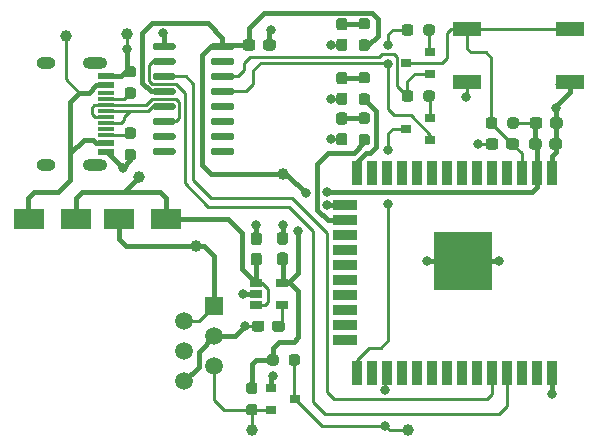
<source format=gtl>
%TF.GenerationSoftware,KiCad,Pcbnew,5.1.10-88a1d61d58~90~ubuntu20.04.1*%
%TF.CreationDate,2021-11-06T19:29:54+01:00*%
%TF.ProjectId,e-meter-usb-c,652d6d65-7465-4722-9d75-73622d632e6b,rev?*%
%TF.SameCoordinates,Original*%
%TF.FileFunction,Copper,L1,Top*%
%TF.FilePolarity,Positive*%
%FSLAX46Y46*%
G04 Gerber Fmt 4.6, Leading zero omitted, Abs format (unit mm)*
G04 Created by KiCad (PCBNEW 5.1.10-88a1d61d58~90~ubuntu20.04.1) date 2021-11-06 19:29:54*
%MOMM*%
%LPD*%
G01*
G04 APERTURE LIST*
%TA.AperFunction,SMDPad,CuDef*%
%ADD10R,1.060000X0.650000*%
%TD*%
%TA.AperFunction,SMDPad,CuDef*%
%ADD11R,0.900000X2.000000*%
%TD*%
%TA.AperFunction,SMDPad,CuDef*%
%ADD12R,2.000000X0.900000*%
%TD*%
%TA.AperFunction,SMDPad,CuDef*%
%ADD13R,5.000000X5.000000*%
%TD*%
%TA.AperFunction,SMDPad,CuDef*%
%ADD14C,1.000000*%
%TD*%
%TA.AperFunction,SMDPad,CuDef*%
%ADD15R,2.350000X1.300000*%
%TD*%
%TA.AperFunction,SMDPad,CuDef*%
%ADD16R,0.900000X0.800000*%
%TD*%
%TA.AperFunction,SMDPad,CuDef*%
%ADD17R,1.450000X0.600000*%
%TD*%
%TA.AperFunction,SMDPad,CuDef*%
%ADD18R,1.450000X0.300000*%
%TD*%
%TA.AperFunction,ComponentPad*%
%ADD19O,2.100000X1.000000*%
%TD*%
%TA.AperFunction,ComponentPad*%
%ADD20O,1.600000X1.000000*%
%TD*%
%TA.AperFunction,ComponentPad*%
%ADD21R,1.520000X1.520000*%
%TD*%
%TA.AperFunction,ComponentPad*%
%ADD22C,1.520000*%
%TD*%
%TA.AperFunction,SMDPad,CuDef*%
%ADD23R,2.500000X1.800000*%
%TD*%
%TA.AperFunction,ViaPad*%
%ADD24C,0.800000*%
%TD*%
%TA.AperFunction,Conductor*%
%ADD25C,0.400000*%
%TD*%
%TA.AperFunction,Conductor*%
%ADD26C,0.250000*%
%TD*%
G04 APERTURE END LIST*
%TO.P,R11,2*%
%TO.N,/NETWORK_LED*%
%TA.AperFunction,SMDPad,CuDef*%
G36*
G01*
X137430500Y-36239000D02*
X137905500Y-36239000D01*
G75*
G02*
X138143000Y-36476500I0J-237500D01*
G01*
X138143000Y-36976500D01*
G75*
G02*
X137905500Y-37214000I-237500J0D01*
G01*
X137430500Y-37214000D01*
G75*
G02*
X137193000Y-36976500I0J237500D01*
G01*
X137193000Y-36476500D01*
G75*
G02*
X137430500Y-36239000I237500J0D01*
G01*
G37*
%TD.AperFunction*%
%TO.P,R11,1*%
%TO.N,Net-(D5-Pad2)*%
%TA.AperFunction,SMDPad,CuDef*%
G36*
G01*
X137430500Y-34414000D02*
X137905500Y-34414000D01*
G75*
G02*
X138143000Y-34651500I0J-237500D01*
G01*
X138143000Y-35151500D01*
G75*
G02*
X137905500Y-35389000I-237500J0D01*
G01*
X137430500Y-35389000D01*
G75*
G02*
X137193000Y-35151500I0J237500D01*
G01*
X137193000Y-34651500D01*
G75*
G02*
X137430500Y-34414000I237500J0D01*
G01*
G37*
%TD.AperFunction*%
%TD*%
%TO.P,R10,2*%
%TO.N,+3V3*%
%TA.AperFunction,SMDPad,CuDef*%
G36*
G01*
X149777000Y-35543500D02*
X149777000Y-35068500D01*
G75*
G02*
X150014500Y-34831000I237500J0D01*
G01*
X150514500Y-34831000D01*
G75*
G02*
X150752000Y-35068500I0J-237500D01*
G01*
X150752000Y-35543500D01*
G75*
G02*
X150514500Y-35781000I-237500J0D01*
G01*
X150014500Y-35781000D01*
G75*
G02*
X149777000Y-35543500I0J237500D01*
G01*
G37*
%TD.AperFunction*%
%TO.P,R10,1*%
%TO.N,/ESP_EN*%
%TA.AperFunction,SMDPad,CuDef*%
G36*
G01*
X147952000Y-35543500D02*
X147952000Y-35068500D01*
G75*
G02*
X148189500Y-34831000I237500J0D01*
G01*
X148689500Y-34831000D01*
G75*
G02*
X148927000Y-35068500I0J-237500D01*
G01*
X148927000Y-35543500D01*
G75*
G02*
X148689500Y-35781000I-237500J0D01*
G01*
X148189500Y-35781000D01*
G75*
G02*
X147952000Y-35543500I0J237500D01*
G01*
G37*
%TD.AperFunction*%
%TD*%
%TO.P,R9,2*%
%TO.N,GND*%
%TA.AperFunction,SMDPad,CuDef*%
G36*
G01*
X117618500Y-37509000D02*
X118093500Y-37509000D01*
G75*
G02*
X118331000Y-37746500I0J-237500D01*
G01*
X118331000Y-38246500D01*
G75*
G02*
X118093500Y-38484000I-237500J0D01*
G01*
X117618500Y-38484000D01*
G75*
G02*
X117381000Y-38246500I0J237500D01*
G01*
X117381000Y-37746500D01*
G75*
G02*
X117618500Y-37509000I237500J0D01*
G01*
G37*
%TD.AperFunction*%
%TO.P,R9,1*%
%TO.N,Net-(J2-PadB5)*%
%TA.AperFunction,SMDPad,CuDef*%
G36*
G01*
X117618500Y-35684000D02*
X118093500Y-35684000D01*
G75*
G02*
X118331000Y-35921500I0J-237500D01*
G01*
X118331000Y-36421500D01*
G75*
G02*
X118093500Y-36659000I-237500J0D01*
G01*
X117618500Y-36659000D01*
G75*
G02*
X117381000Y-36421500I0J237500D01*
G01*
X117381000Y-35921500D01*
G75*
G02*
X117618500Y-35684000I237500J0D01*
G01*
G37*
%TD.AperFunction*%
%TD*%
%TO.P,R8,2*%
%TO.N,GND*%
%TA.AperFunction,SMDPad,CuDef*%
G36*
G01*
X118093500Y-31452000D02*
X117618500Y-31452000D01*
G75*
G02*
X117381000Y-31214500I0J237500D01*
G01*
X117381000Y-30714500D01*
G75*
G02*
X117618500Y-30477000I237500J0D01*
G01*
X118093500Y-30477000D01*
G75*
G02*
X118331000Y-30714500I0J-237500D01*
G01*
X118331000Y-31214500D01*
G75*
G02*
X118093500Y-31452000I-237500J0D01*
G01*
G37*
%TD.AperFunction*%
%TO.P,R8,1*%
%TO.N,Net-(J2-PadA5)*%
%TA.AperFunction,SMDPad,CuDef*%
G36*
G01*
X118093500Y-33277000D02*
X117618500Y-33277000D01*
G75*
G02*
X117381000Y-33039500I0J237500D01*
G01*
X117381000Y-32539500D01*
G75*
G02*
X117618500Y-32302000I237500J0D01*
G01*
X118093500Y-32302000D01*
G75*
G02*
X118331000Y-32539500I0J-237500D01*
G01*
X118331000Y-33039500D01*
G75*
G02*
X118093500Y-33277000I-237500J0D01*
G01*
G37*
%TD.AperFunction*%
%TD*%
%TO.P,R7,2*%
%TO.N,/METER_LED*%
%TA.AperFunction,SMDPad,CuDef*%
G36*
G01*
X137430500Y-32810000D02*
X137905500Y-32810000D01*
G75*
G02*
X138143000Y-33047500I0J-237500D01*
G01*
X138143000Y-33547500D01*
G75*
G02*
X137905500Y-33785000I-237500J0D01*
G01*
X137430500Y-33785000D01*
G75*
G02*
X137193000Y-33547500I0J237500D01*
G01*
X137193000Y-33047500D01*
G75*
G02*
X137430500Y-32810000I237500J0D01*
G01*
G37*
%TD.AperFunction*%
%TO.P,R7,1*%
%TO.N,Net-(D4-Pad2)*%
%TA.AperFunction,SMDPad,CuDef*%
G36*
G01*
X137430500Y-30985000D02*
X137905500Y-30985000D01*
G75*
G02*
X138143000Y-31222500I0J-237500D01*
G01*
X138143000Y-31722500D01*
G75*
G02*
X137905500Y-31960000I-237500J0D01*
G01*
X137430500Y-31960000D01*
G75*
G02*
X137193000Y-31722500I0J237500D01*
G01*
X137193000Y-31222500D01*
G75*
G02*
X137430500Y-30985000I237500J0D01*
G01*
G37*
%TD.AperFunction*%
%TD*%
%TO.P,R6,2*%
%TO.N,/UART_RTS*%
%TA.AperFunction,SMDPad,CuDef*%
G36*
G01*
X141815000Y-32782500D02*
X141815000Y-33257500D01*
G75*
G02*
X141577500Y-33495000I-237500J0D01*
G01*
X141077500Y-33495000D01*
G75*
G02*
X140840000Y-33257500I0J237500D01*
G01*
X140840000Y-32782500D01*
G75*
G02*
X141077500Y-32545000I237500J0D01*
G01*
X141577500Y-32545000D01*
G75*
G02*
X141815000Y-32782500I0J-237500D01*
G01*
G37*
%TD.AperFunction*%
%TO.P,R6,1*%
%TO.N,Net-(Q4-Pad2)*%
%TA.AperFunction,SMDPad,CuDef*%
G36*
G01*
X143640000Y-32782500D02*
X143640000Y-33257500D01*
G75*
G02*
X143402500Y-33495000I-237500J0D01*
G01*
X142902500Y-33495000D01*
G75*
G02*
X142665000Y-33257500I0J237500D01*
G01*
X142665000Y-32782500D01*
G75*
G02*
X142902500Y-32545000I237500J0D01*
G01*
X143402500Y-32545000D01*
G75*
G02*
X143640000Y-32782500I0J-237500D01*
G01*
G37*
%TD.AperFunction*%
%TD*%
%TO.P,R5,2*%
%TO.N,/UART_DTR*%
%TA.AperFunction,SMDPad,CuDef*%
G36*
G01*
X141815000Y-27194500D02*
X141815000Y-27669500D01*
G75*
G02*
X141577500Y-27907000I-237500J0D01*
G01*
X141077500Y-27907000D01*
G75*
G02*
X140840000Y-27669500I0J237500D01*
G01*
X140840000Y-27194500D01*
G75*
G02*
X141077500Y-26957000I237500J0D01*
G01*
X141577500Y-26957000D01*
G75*
G02*
X141815000Y-27194500I0J-237500D01*
G01*
G37*
%TD.AperFunction*%
%TO.P,R5,1*%
%TO.N,Net-(Q3-Pad2)*%
%TA.AperFunction,SMDPad,CuDef*%
G36*
G01*
X143640000Y-27194500D02*
X143640000Y-27669500D01*
G75*
G02*
X143402500Y-27907000I-237500J0D01*
G01*
X142902500Y-27907000D01*
G75*
G02*
X142665000Y-27669500I0J237500D01*
G01*
X142665000Y-27194500D01*
G75*
G02*
X142902500Y-26957000I237500J0D01*
G01*
X143402500Y-26957000D01*
G75*
G02*
X143640000Y-27194500I0J-237500D01*
G01*
G37*
%TD.AperFunction*%
%TD*%
%TO.P,R4,2*%
%TO.N,+3V3*%
%TA.AperFunction,SMDPad,CuDef*%
G36*
G01*
X130408500Y-55134500D02*
X130408500Y-55609500D01*
G75*
G02*
X130171000Y-55847000I-237500J0D01*
G01*
X129671000Y-55847000D01*
G75*
G02*
X129433500Y-55609500I0J237500D01*
G01*
X129433500Y-55134500D01*
G75*
G02*
X129671000Y-54897000I237500J0D01*
G01*
X130171000Y-54897000D01*
G75*
G02*
X130408500Y-55134500I0J-237500D01*
G01*
G37*
%TD.AperFunction*%
%TO.P,R4,1*%
%TO.N,/HAN_TO_ESP*%
%TA.AperFunction,SMDPad,CuDef*%
G36*
G01*
X132233500Y-55134500D02*
X132233500Y-55609500D01*
G75*
G02*
X131996000Y-55847000I-237500J0D01*
G01*
X131496000Y-55847000D01*
G75*
G02*
X131258500Y-55609500I0J237500D01*
G01*
X131258500Y-55134500D01*
G75*
G02*
X131496000Y-54897000I237500J0D01*
G01*
X131996000Y-54897000D01*
G75*
G02*
X132233500Y-55134500I0J-237500D01*
G01*
G37*
%TD.AperFunction*%
%TD*%
%TO.P,R3,2*%
%TO.N,+3V3*%
%TA.AperFunction,SMDPad,CuDef*%
G36*
G01*
X137430500Y-28238000D02*
X137905500Y-28238000D01*
G75*
G02*
X138143000Y-28475500I0J-237500D01*
G01*
X138143000Y-28975500D01*
G75*
G02*
X137905500Y-29213000I-237500J0D01*
G01*
X137430500Y-29213000D01*
G75*
G02*
X137193000Y-28975500I0J237500D01*
G01*
X137193000Y-28475500D01*
G75*
G02*
X137430500Y-28238000I237500J0D01*
G01*
G37*
%TD.AperFunction*%
%TO.P,R3,1*%
%TO.N,Net-(D3-Pad2)*%
%TA.AperFunction,SMDPad,CuDef*%
G36*
G01*
X137430500Y-26413000D02*
X137905500Y-26413000D01*
G75*
G02*
X138143000Y-26650500I0J-237500D01*
G01*
X138143000Y-27150500D01*
G75*
G02*
X137905500Y-27388000I-237500J0D01*
G01*
X137430500Y-27388000D01*
G75*
G02*
X137193000Y-27150500I0J237500D01*
G01*
X137193000Y-26650500D01*
G75*
G02*
X137430500Y-26413000I237500J0D01*
G01*
G37*
%TD.AperFunction*%
%TD*%
%TO.P,R2,2*%
%TO.N,/HAN_DATA*%
%TA.AperFunction,SMDPad,CuDef*%
G36*
G01*
X127905500Y-59099000D02*
X128380500Y-59099000D01*
G75*
G02*
X128618000Y-59336500I0J-237500D01*
G01*
X128618000Y-59836500D01*
G75*
G02*
X128380500Y-60074000I-237500J0D01*
G01*
X127905500Y-60074000D01*
G75*
G02*
X127668000Y-59836500I0J237500D01*
G01*
X127668000Y-59336500D01*
G75*
G02*
X127905500Y-59099000I237500J0D01*
G01*
G37*
%TD.AperFunction*%
%TO.P,R2,1*%
%TO.N,+3V3*%
%TA.AperFunction,SMDPad,CuDef*%
G36*
G01*
X127905500Y-57274000D02*
X128380500Y-57274000D01*
G75*
G02*
X128618000Y-57511500I0J-237500D01*
G01*
X128618000Y-58011500D01*
G75*
G02*
X128380500Y-58249000I-237500J0D01*
G01*
X127905500Y-58249000D01*
G75*
G02*
X127668000Y-58011500I0J237500D01*
G01*
X127668000Y-57511500D01*
G75*
G02*
X127905500Y-57274000I237500J0D01*
G01*
G37*
%TD.AperFunction*%
%TD*%
%TO.P,D5,2*%
%TO.N,Net-(D5-Pad2)*%
%TA.AperFunction,SMDPad,CuDef*%
G36*
G01*
X136000500Y-35464000D02*
X135525500Y-35464000D01*
G75*
G02*
X135288000Y-35226500I0J237500D01*
G01*
X135288000Y-34651500D01*
G75*
G02*
X135525500Y-34414000I237500J0D01*
G01*
X136000500Y-34414000D01*
G75*
G02*
X136238000Y-34651500I0J-237500D01*
G01*
X136238000Y-35226500D01*
G75*
G02*
X136000500Y-35464000I-237500J0D01*
G01*
G37*
%TD.AperFunction*%
%TO.P,D5,1*%
%TO.N,GND*%
%TA.AperFunction,SMDPad,CuDef*%
G36*
G01*
X136000500Y-37214000D02*
X135525500Y-37214000D01*
G75*
G02*
X135288000Y-36976500I0J237500D01*
G01*
X135288000Y-36401500D01*
G75*
G02*
X135525500Y-36164000I237500J0D01*
G01*
X136000500Y-36164000D01*
G75*
G02*
X136238000Y-36401500I0J-237500D01*
G01*
X136238000Y-36976500D01*
G75*
G02*
X136000500Y-37214000I-237500J0D01*
G01*
G37*
%TD.AperFunction*%
%TD*%
%TO.P,D4,2*%
%TO.N,Net-(D4-Pad2)*%
%TA.AperFunction,SMDPad,CuDef*%
G36*
G01*
X136000500Y-32035000D02*
X135525500Y-32035000D01*
G75*
G02*
X135288000Y-31797500I0J237500D01*
G01*
X135288000Y-31222500D01*
G75*
G02*
X135525500Y-30985000I237500J0D01*
G01*
X136000500Y-30985000D01*
G75*
G02*
X136238000Y-31222500I0J-237500D01*
G01*
X136238000Y-31797500D01*
G75*
G02*
X136000500Y-32035000I-237500J0D01*
G01*
G37*
%TD.AperFunction*%
%TO.P,D4,1*%
%TO.N,GND*%
%TA.AperFunction,SMDPad,CuDef*%
G36*
G01*
X136000500Y-33785000D02*
X135525500Y-33785000D01*
G75*
G02*
X135288000Y-33547500I0J237500D01*
G01*
X135288000Y-32972500D01*
G75*
G02*
X135525500Y-32735000I237500J0D01*
G01*
X136000500Y-32735000D01*
G75*
G02*
X136238000Y-32972500I0J-237500D01*
G01*
X136238000Y-33547500D01*
G75*
G02*
X136000500Y-33785000I-237500J0D01*
G01*
G37*
%TD.AperFunction*%
%TD*%
%TO.P,D3,2*%
%TO.N,Net-(D3-Pad2)*%
%TA.AperFunction,SMDPad,CuDef*%
G36*
G01*
X136000500Y-27463000D02*
X135525500Y-27463000D01*
G75*
G02*
X135288000Y-27225500I0J237500D01*
G01*
X135288000Y-26650500D01*
G75*
G02*
X135525500Y-26413000I237500J0D01*
G01*
X136000500Y-26413000D01*
G75*
G02*
X136238000Y-26650500I0J-237500D01*
G01*
X136238000Y-27225500D01*
G75*
G02*
X136000500Y-27463000I-237500J0D01*
G01*
G37*
%TD.AperFunction*%
%TO.P,D3,1*%
%TO.N,GND*%
%TA.AperFunction,SMDPad,CuDef*%
G36*
G01*
X136000500Y-29213000D02*
X135525500Y-29213000D01*
G75*
G02*
X135288000Y-28975500I0J237500D01*
G01*
X135288000Y-28400500D01*
G75*
G02*
X135525500Y-28163000I237500J0D01*
G01*
X136000500Y-28163000D01*
G75*
G02*
X136238000Y-28400500I0J-237500D01*
G01*
X136238000Y-28975500D01*
G75*
G02*
X136000500Y-29213000I-237500J0D01*
G01*
G37*
%TD.AperFunction*%
%TD*%
%TO.P,U4,16*%
%TO.N,+3V3*%
%TA.AperFunction,SMDPad,CuDef*%
G36*
G01*
X124690000Y-28979000D02*
X124690000Y-28679000D01*
G75*
G02*
X124840000Y-28529000I150000J0D01*
G01*
X126490000Y-28529000D01*
G75*
G02*
X126640000Y-28679000I0J-150000D01*
G01*
X126640000Y-28979000D01*
G75*
G02*
X126490000Y-29129000I-150000J0D01*
G01*
X124840000Y-29129000D01*
G75*
G02*
X124690000Y-28979000I0J150000D01*
G01*
G37*
%TD.AperFunction*%
%TO.P,U4,15*%
%TO.N,Net-(U4-Pad15)*%
%TA.AperFunction,SMDPad,CuDef*%
G36*
G01*
X124690000Y-30249000D02*
X124690000Y-29949000D01*
G75*
G02*
X124840000Y-29799000I150000J0D01*
G01*
X126490000Y-29799000D01*
G75*
G02*
X126640000Y-29949000I0J-150000D01*
G01*
X126640000Y-30249000D01*
G75*
G02*
X126490000Y-30399000I-150000J0D01*
G01*
X124840000Y-30399000D01*
G75*
G02*
X124690000Y-30249000I0J150000D01*
G01*
G37*
%TD.AperFunction*%
%TO.P,U4,14*%
%TO.N,/UART_RTS*%
%TA.AperFunction,SMDPad,CuDef*%
G36*
G01*
X124690000Y-31519000D02*
X124690000Y-31219000D01*
G75*
G02*
X124840000Y-31069000I150000J0D01*
G01*
X126490000Y-31069000D01*
G75*
G02*
X126640000Y-31219000I0J-150000D01*
G01*
X126640000Y-31519000D01*
G75*
G02*
X126490000Y-31669000I-150000J0D01*
G01*
X124840000Y-31669000D01*
G75*
G02*
X124690000Y-31519000I0J150000D01*
G01*
G37*
%TD.AperFunction*%
%TO.P,U4,13*%
%TO.N,/UART_DTR*%
%TA.AperFunction,SMDPad,CuDef*%
G36*
G01*
X124690000Y-32789000D02*
X124690000Y-32489000D01*
G75*
G02*
X124840000Y-32339000I150000J0D01*
G01*
X126490000Y-32339000D01*
G75*
G02*
X126640000Y-32489000I0J-150000D01*
G01*
X126640000Y-32789000D01*
G75*
G02*
X126490000Y-32939000I-150000J0D01*
G01*
X124840000Y-32939000D01*
G75*
G02*
X124690000Y-32789000I0J150000D01*
G01*
G37*
%TD.AperFunction*%
%TO.P,U4,12*%
%TO.N,Net-(U4-Pad12)*%
%TA.AperFunction,SMDPad,CuDef*%
G36*
G01*
X124690000Y-34059000D02*
X124690000Y-33759000D01*
G75*
G02*
X124840000Y-33609000I150000J0D01*
G01*
X126490000Y-33609000D01*
G75*
G02*
X126640000Y-33759000I0J-150000D01*
G01*
X126640000Y-34059000D01*
G75*
G02*
X126490000Y-34209000I-150000J0D01*
G01*
X124840000Y-34209000D01*
G75*
G02*
X124690000Y-34059000I0J150000D01*
G01*
G37*
%TD.AperFunction*%
%TO.P,U4,11*%
%TO.N,Net-(U4-Pad11)*%
%TA.AperFunction,SMDPad,CuDef*%
G36*
G01*
X124690000Y-35329000D02*
X124690000Y-35029000D01*
G75*
G02*
X124840000Y-34879000I150000J0D01*
G01*
X126490000Y-34879000D01*
G75*
G02*
X126640000Y-35029000I0J-150000D01*
G01*
X126640000Y-35329000D01*
G75*
G02*
X126490000Y-35479000I-150000J0D01*
G01*
X124840000Y-35479000D01*
G75*
G02*
X124690000Y-35329000I0J150000D01*
G01*
G37*
%TD.AperFunction*%
%TO.P,U4,10*%
%TO.N,Net-(U4-Pad10)*%
%TA.AperFunction,SMDPad,CuDef*%
G36*
G01*
X124690000Y-36599000D02*
X124690000Y-36299000D01*
G75*
G02*
X124840000Y-36149000I150000J0D01*
G01*
X126490000Y-36149000D01*
G75*
G02*
X126640000Y-36299000I0J-150000D01*
G01*
X126640000Y-36599000D01*
G75*
G02*
X126490000Y-36749000I-150000J0D01*
G01*
X124840000Y-36749000D01*
G75*
G02*
X124690000Y-36599000I0J150000D01*
G01*
G37*
%TD.AperFunction*%
%TO.P,U4,9*%
%TO.N,Net-(U4-Pad9)*%
%TA.AperFunction,SMDPad,CuDef*%
G36*
G01*
X124690000Y-37869000D02*
X124690000Y-37569000D01*
G75*
G02*
X124840000Y-37419000I150000J0D01*
G01*
X126490000Y-37419000D01*
G75*
G02*
X126640000Y-37569000I0J-150000D01*
G01*
X126640000Y-37869000D01*
G75*
G02*
X126490000Y-38019000I-150000J0D01*
G01*
X124840000Y-38019000D01*
G75*
G02*
X124690000Y-37869000I0J150000D01*
G01*
G37*
%TD.AperFunction*%
%TO.P,U4,8*%
%TO.N,Net-(U4-Pad8)*%
%TA.AperFunction,SMDPad,CuDef*%
G36*
G01*
X119740000Y-37869000D02*
X119740000Y-37569000D01*
G75*
G02*
X119890000Y-37419000I150000J0D01*
G01*
X121540000Y-37419000D01*
G75*
G02*
X121690000Y-37569000I0J-150000D01*
G01*
X121690000Y-37869000D01*
G75*
G02*
X121540000Y-38019000I-150000J0D01*
G01*
X119890000Y-38019000D01*
G75*
G02*
X119740000Y-37869000I0J150000D01*
G01*
G37*
%TD.AperFunction*%
%TO.P,U4,7*%
%TO.N,Net-(U4-Pad7)*%
%TA.AperFunction,SMDPad,CuDef*%
G36*
G01*
X119740000Y-36599000D02*
X119740000Y-36299000D01*
G75*
G02*
X119890000Y-36149000I150000J0D01*
G01*
X121540000Y-36149000D01*
G75*
G02*
X121690000Y-36299000I0J-150000D01*
G01*
X121690000Y-36599000D01*
G75*
G02*
X121540000Y-36749000I-150000J0D01*
G01*
X119890000Y-36749000D01*
G75*
G02*
X119740000Y-36599000I0J150000D01*
G01*
G37*
%TD.AperFunction*%
%TO.P,U4,6*%
%TO.N,/USB_D-*%
%TA.AperFunction,SMDPad,CuDef*%
G36*
G01*
X119740000Y-35329000D02*
X119740000Y-35029000D01*
G75*
G02*
X119890000Y-34879000I150000J0D01*
G01*
X121540000Y-34879000D01*
G75*
G02*
X121690000Y-35029000I0J-150000D01*
G01*
X121690000Y-35329000D01*
G75*
G02*
X121540000Y-35479000I-150000J0D01*
G01*
X119890000Y-35479000D01*
G75*
G02*
X119740000Y-35329000I0J150000D01*
G01*
G37*
%TD.AperFunction*%
%TO.P,U4,5*%
%TO.N,/USB_D+*%
%TA.AperFunction,SMDPad,CuDef*%
G36*
G01*
X119740000Y-34059000D02*
X119740000Y-33759000D01*
G75*
G02*
X119890000Y-33609000I150000J0D01*
G01*
X121540000Y-33609000D01*
G75*
G02*
X121690000Y-33759000I0J-150000D01*
G01*
X121690000Y-34059000D01*
G75*
G02*
X121540000Y-34209000I-150000J0D01*
G01*
X119890000Y-34209000D01*
G75*
G02*
X119740000Y-34059000I0J150000D01*
G01*
G37*
%TD.AperFunction*%
%TO.P,U4,4*%
%TO.N,+3V3*%
%TA.AperFunction,SMDPad,CuDef*%
G36*
G01*
X119740000Y-32789000D02*
X119740000Y-32489000D01*
G75*
G02*
X119890000Y-32339000I150000J0D01*
G01*
X121540000Y-32339000D01*
G75*
G02*
X121690000Y-32489000I0J-150000D01*
G01*
X121690000Y-32789000D01*
G75*
G02*
X121540000Y-32939000I-150000J0D01*
G01*
X119890000Y-32939000D01*
G75*
G02*
X119740000Y-32789000I0J150000D01*
G01*
G37*
%TD.AperFunction*%
%TO.P,U4,3*%
%TO.N,/ESP_FROM_UART*%
%TA.AperFunction,SMDPad,CuDef*%
G36*
G01*
X119740000Y-31519000D02*
X119740000Y-31219000D01*
G75*
G02*
X119890000Y-31069000I150000J0D01*
G01*
X121540000Y-31069000D01*
G75*
G02*
X121690000Y-31219000I0J-150000D01*
G01*
X121690000Y-31519000D01*
G75*
G02*
X121540000Y-31669000I-150000J0D01*
G01*
X119890000Y-31669000D01*
G75*
G02*
X119740000Y-31519000I0J150000D01*
G01*
G37*
%TD.AperFunction*%
%TO.P,U4,2*%
%TO.N,/ESP_TO_UART*%
%TA.AperFunction,SMDPad,CuDef*%
G36*
G01*
X119740000Y-30249000D02*
X119740000Y-29949000D01*
G75*
G02*
X119890000Y-29799000I150000J0D01*
G01*
X121540000Y-29799000D01*
G75*
G02*
X121690000Y-29949000I0J-150000D01*
G01*
X121690000Y-30249000D01*
G75*
G02*
X121540000Y-30399000I-150000J0D01*
G01*
X119890000Y-30399000D01*
G75*
G02*
X119740000Y-30249000I0J150000D01*
G01*
G37*
%TD.AperFunction*%
%TO.P,U4,1*%
%TO.N,GND*%
%TA.AperFunction,SMDPad,CuDef*%
G36*
G01*
X119740000Y-28979000D02*
X119740000Y-28679000D01*
G75*
G02*
X119890000Y-28529000I150000J0D01*
G01*
X121540000Y-28529000D01*
G75*
G02*
X121690000Y-28679000I0J-150000D01*
G01*
X121690000Y-28979000D01*
G75*
G02*
X121540000Y-29129000I-150000J0D01*
G01*
X119890000Y-29129000D01*
G75*
G02*
X119740000Y-28979000I0J150000D01*
G01*
G37*
%TD.AperFunction*%
%TD*%
D10*
%TO.P,U1,5*%
%TO.N,+3V3*%
X130703500Y-48834000D03*
%TO.P,U1,4*%
%TO.N,Net-(C2-Pad1)*%
X130703500Y-50734000D03*
%TO.P,U1,3*%
%TO.N,VCC*%
X128503500Y-50734000D03*
%TO.P,U1,2*%
%TO.N,GND*%
X128503500Y-49784000D03*
%TO.P,U1,1*%
%TO.N,VCC*%
X128503500Y-48834000D03*
%TD*%
D11*
%TO.P,U2,38*%
%TO.N,GND*%
X153543000Y-56506000D03*
%TO.P,U2,37*%
%TO.N,Net-(U2-Pad37)*%
X152273000Y-56506000D03*
%TO.P,U2,36*%
%TO.N,Net-(U2-Pad36)*%
X151003000Y-56506000D03*
%TO.P,U2,35*%
%TO.N,/ESP_TO_UART*%
X149733000Y-56506000D03*
%TO.P,U2,34*%
%TO.N,/ESP_FROM_UART*%
X148463000Y-56506000D03*
%TO.P,U2,33*%
%TO.N,Net-(U2-Pad33)*%
X147193000Y-56506000D03*
%TO.P,U2,32*%
%TO.N,Net-(U2-Pad32)*%
X145923000Y-56506000D03*
%TO.P,U2,31*%
%TO.N,Net-(U2-Pad31)*%
X144653000Y-56506000D03*
%TO.P,U2,30*%
%TO.N,Net-(U2-Pad30)*%
X143383000Y-56506000D03*
%TO.P,U2,29*%
%TO.N,Net-(U2-Pad29)*%
X142113000Y-56506000D03*
%TO.P,U2,28*%
%TO.N,Net-(U2-Pad28)*%
X140843000Y-56506000D03*
%TO.P,U2,27*%
%TO.N,/HAN_TO_ESP*%
X139573000Y-56506000D03*
%TO.P,U2,26*%
%TO.N,Net-(U2-Pad26)*%
X138303000Y-56506000D03*
%TO.P,U2,25*%
%TO.N,/ESP_IO0*%
X137033000Y-56506000D03*
D12*
%TO.P,U2,24*%
%TO.N,Net-(U2-Pad24)*%
X136033000Y-53721000D03*
%TO.P,U2,23*%
%TO.N,Net-(U2-Pad23)*%
X136033000Y-52451000D03*
%TO.P,U2,22*%
%TO.N,Net-(U2-Pad22)*%
X136033000Y-51181000D03*
%TO.P,U2,21*%
%TO.N,Net-(U2-Pad21)*%
X136033000Y-49911000D03*
%TO.P,U2,20*%
%TO.N,Net-(U2-Pad20)*%
X136033000Y-48641000D03*
%TO.P,U2,19*%
%TO.N,Net-(U2-Pad19)*%
X136033000Y-47371000D03*
%TO.P,U2,18*%
%TO.N,Net-(U2-Pad18)*%
X136033000Y-46101000D03*
%TO.P,U2,17*%
%TO.N,Net-(U2-Pad17)*%
X136033000Y-44831000D03*
%TO.P,U2,16*%
%TO.N,/NETWORK_LED*%
X136033000Y-43561000D03*
%TO.P,U2,15*%
%TO.N,GND*%
X136033000Y-42291000D03*
D11*
%TO.P,U2,14*%
%TO.N,/METER_LED*%
X137033000Y-39506000D03*
%TO.P,U2,13*%
%TO.N,Net-(U2-Pad13)*%
X138303000Y-39506000D03*
%TO.P,U2,12*%
%TO.N,Net-(U2-Pad12)*%
X139573000Y-39506000D03*
%TO.P,U2,11*%
%TO.N,Net-(U2-Pad11)*%
X140843000Y-39506000D03*
%TO.P,U2,10*%
%TO.N,Net-(U2-Pad10)*%
X142113000Y-39506000D03*
%TO.P,U2,9*%
%TO.N,Net-(U2-Pad9)*%
X143383000Y-39506000D03*
%TO.P,U2,8*%
%TO.N,Net-(U2-Pad8)*%
X144653000Y-39506000D03*
%TO.P,U2,7*%
%TO.N,Net-(U2-Pad7)*%
X145923000Y-39506000D03*
%TO.P,U2,6*%
%TO.N,Net-(U2-Pad6)*%
X147193000Y-39506000D03*
%TO.P,U2,5*%
%TO.N,Net-(U2-Pad5)*%
X148463000Y-39506000D03*
%TO.P,U2,4*%
%TO.N,Net-(U2-Pad4)*%
X149733000Y-39506000D03*
%TO.P,U2,3*%
%TO.N,/ESP_EN*%
X151003000Y-39506000D03*
%TO.P,U2,2*%
%TO.N,+3V3*%
X152273000Y-39506000D03*
%TO.P,U2,1*%
%TO.N,GND*%
X153543000Y-39506000D03*
D13*
%TO.P,U2,39*%
X146043000Y-47006000D03*
%TD*%
D14*
%TO.P,TP7,1*%
%TO.N,/HAN_TO_ESP*%
X141351000Y-61341000D03*
%TD*%
%TO.P,TP6,1*%
%TO.N,/HAN_DATA*%
X128143000Y-61341000D03*
%TD*%
%TO.P,TP5,1*%
%TO.N,+3V3*%
X130810000Y-39624000D03*
%TD*%
%TO.P,TP4,1*%
%TO.N,/USB_VBUS*%
X112395000Y-27940000D03*
%TD*%
%TO.P,TP3,1*%
%TO.N,/HAN_DATA_REQ*%
X123444000Y-45720000D03*
%TD*%
%TO.P,TP2,1*%
%TO.N,VCC*%
X118618000Y-39878000D03*
%TD*%
%TO.P,TP1,1*%
%TO.N,GND*%
X117602000Y-27813000D03*
%TD*%
D15*
%TO.P,SW1,2*%
%TO.N,GND*%
X146374000Y-31841000D03*
%TO.P,SW1,1*%
%TO.N,/ESP_EN*%
X146374000Y-27341000D03*
X155124000Y-27341000D03*
%TO.P,SW1,2*%
%TO.N,GND*%
X155124000Y-31841000D03*
%TD*%
D16*
%TO.P,Q4,3*%
%TO.N,/ESP_IO0*%
X141240000Y-35814000D03*
%TO.P,Q4,2*%
%TO.N,Net-(Q4-Pad2)*%
X143240000Y-34864000D03*
%TO.P,Q4,1*%
%TO.N,/UART_DTR*%
X143240000Y-36764000D03*
%TD*%
%TO.P,Q3,3*%
%TO.N,/ESP_EN*%
X141240000Y-30226000D03*
%TO.P,Q3,2*%
%TO.N,Net-(Q3-Pad2)*%
X143240000Y-29276000D03*
%TO.P,Q3,1*%
%TO.N,/UART_RTS*%
X143240000Y-31176000D03*
%TD*%
%TO.P,Q1,3*%
%TO.N,/HAN_TO_ESP*%
X131810000Y-58674000D03*
%TO.P,Q1,2*%
%TO.N,/HAN_DATA*%
X129810000Y-59624000D03*
%TO.P,Q1,1*%
%TO.N,GND*%
X129810000Y-57724000D03*
%TD*%
D17*
%TO.P,J2,B1*%
%TO.N,GND*%
X115805000Y-37794000D03*
%TO.P,J2,A9*%
%TO.N,/USB_VBUS*%
X115805000Y-36994000D03*
%TO.P,J2,B9*%
X115805000Y-32094000D03*
%TO.P,J2,B12*%
%TO.N,GND*%
X115805000Y-31294000D03*
%TO.P,J2,A1*%
X115805000Y-31294000D03*
%TO.P,J2,A4*%
%TO.N,/USB_VBUS*%
X115805000Y-32094000D03*
%TO.P,J2,B4*%
X115805000Y-36994000D03*
%TO.P,J2,A12*%
%TO.N,GND*%
X115805000Y-37794000D03*
D18*
%TO.P,J2,B8*%
%TO.N,Net-(J2-PadB8)*%
X115805000Y-32794000D03*
%TO.P,J2,A5*%
%TO.N,Net-(J2-PadA5)*%
X115805000Y-33294000D03*
%TO.P,J2,B7*%
%TO.N,/USB_D-*%
X115805000Y-33794000D03*
%TO.P,J2,A7*%
X115805000Y-34794000D03*
%TO.P,J2,B6*%
%TO.N,/USB_D+*%
X115805000Y-35294000D03*
%TO.P,J2,A8*%
%TO.N,Net-(J2-PadA8)*%
X115805000Y-35794000D03*
%TO.P,J2,B5*%
%TO.N,Net-(J2-PadB5)*%
X115805000Y-36294000D03*
%TO.P,J2,A6*%
%TO.N,/USB_D+*%
X115805000Y-34294000D03*
D19*
%TO.P,J2,S1*%
%TO.N,Net-(J2-PadS1)*%
X114890000Y-38864000D03*
X114890000Y-30224000D03*
D20*
X110710000Y-30224000D03*
X110710000Y-38864000D03*
%TD*%
D21*
%TO.P,J1,1*%
%TO.N,/HAN_DATA_REQ*%
X124968000Y-50800000D03*
D22*
%TO.P,J1,2*%
X122428000Y-52070000D03*
%TO.P,J1,3*%
%TO.N,GND*%
X124968000Y-53340000D03*
%TO.P,J1,4*%
%TO.N,Net-(J1-Pad4)*%
X122428000Y-54610000D03*
%TO.P,J1,5*%
%TO.N,/HAN_DATA*%
X124968000Y-55880000D03*
%TO.P,J1,6*%
%TO.N,GND*%
X122428000Y-57150000D03*
%TD*%
D23*
%TO.P,D2,2*%
%TO.N,/USB_VBUS*%
X109284000Y-43434000D03*
%TO.P,D2,1*%
%TO.N,VCC*%
X113284000Y-43434000D03*
%TD*%
%TO.P,D1,2*%
%TO.N,/HAN_DATA_REQ*%
X116872000Y-43434000D03*
%TO.P,D1,1*%
%TO.N,VCC*%
X120872000Y-43434000D03*
%TD*%
%TO.P,C7,2*%
%TO.N,GND*%
%TA.AperFunction,SMDPad,CuDef*%
G36*
G01*
X149027000Y-36846500D02*
X149027000Y-37321500D01*
G75*
G02*
X148789500Y-37559000I-237500J0D01*
G01*
X148189500Y-37559000D01*
G75*
G02*
X147952000Y-37321500I0J237500D01*
G01*
X147952000Y-36846500D01*
G75*
G02*
X148189500Y-36609000I237500J0D01*
G01*
X148789500Y-36609000D01*
G75*
G02*
X149027000Y-36846500I0J-237500D01*
G01*
G37*
%TD.AperFunction*%
%TO.P,C7,1*%
%TO.N,/ESP_EN*%
%TA.AperFunction,SMDPad,CuDef*%
G36*
G01*
X150752000Y-36846500D02*
X150752000Y-37321500D01*
G75*
G02*
X150514500Y-37559000I-237500J0D01*
G01*
X149914500Y-37559000D01*
G75*
G02*
X149677000Y-37321500I0J237500D01*
G01*
X149677000Y-36846500D01*
G75*
G02*
X149914500Y-36609000I237500J0D01*
G01*
X150514500Y-36609000D01*
G75*
G02*
X150752000Y-36846500I0J-237500D01*
G01*
G37*
%TD.AperFunction*%
%TD*%
%TO.P,C6,2*%
%TO.N,+3V3*%
%TA.AperFunction,SMDPad,CuDef*%
G36*
G01*
X128453000Y-28464500D02*
X128453000Y-28939500D01*
G75*
G02*
X128215500Y-29177000I-237500J0D01*
G01*
X127615500Y-29177000D01*
G75*
G02*
X127378000Y-28939500I0J237500D01*
G01*
X127378000Y-28464500D01*
G75*
G02*
X127615500Y-28227000I237500J0D01*
G01*
X128215500Y-28227000D01*
G75*
G02*
X128453000Y-28464500I0J-237500D01*
G01*
G37*
%TD.AperFunction*%
%TO.P,C6,1*%
%TO.N,GND*%
%TA.AperFunction,SMDPad,CuDef*%
G36*
G01*
X130178000Y-28464500D02*
X130178000Y-28939500D01*
G75*
G02*
X129940500Y-29177000I-237500J0D01*
G01*
X129340500Y-29177000D01*
G75*
G02*
X129103000Y-28939500I0J237500D01*
G01*
X129103000Y-28464500D01*
G75*
G02*
X129340500Y-28227000I237500J0D01*
G01*
X129940500Y-28227000D01*
G75*
G02*
X130178000Y-28464500I0J-237500D01*
G01*
G37*
%TD.AperFunction*%
%TD*%
%TO.P,C5,2*%
%TO.N,GND*%
%TA.AperFunction,SMDPad,CuDef*%
G36*
G01*
X153386500Y-35543500D02*
X153386500Y-35068500D01*
G75*
G02*
X153624000Y-34831000I237500J0D01*
G01*
X154224000Y-34831000D01*
G75*
G02*
X154461500Y-35068500I0J-237500D01*
G01*
X154461500Y-35543500D01*
G75*
G02*
X154224000Y-35781000I-237500J0D01*
G01*
X153624000Y-35781000D01*
G75*
G02*
X153386500Y-35543500I0J237500D01*
G01*
G37*
%TD.AperFunction*%
%TO.P,C5,1*%
%TO.N,+3V3*%
%TA.AperFunction,SMDPad,CuDef*%
G36*
G01*
X151661500Y-35543500D02*
X151661500Y-35068500D01*
G75*
G02*
X151899000Y-34831000I237500J0D01*
G01*
X152499000Y-34831000D01*
G75*
G02*
X152736500Y-35068500I0J-237500D01*
G01*
X152736500Y-35543500D01*
G75*
G02*
X152499000Y-35781000I-237500J0D01*
G01*
X151899000Y-35781000D01*
G75*
G02*
X151661500Y-35543500I0J237500D01*
G01*
G37*
%TD.AperFunction*%
%TD*%
%TO.P,C4,2*%
%TO.N,GND*%
%TA.AperFunction,SMDPad,CuDef*%
G36*
G01*
X153333500Y-37321500D02*
X153333500Y-36846500D01*
G75*
G02*
X153571000Y-36609000I237500J0D01*
G01*
X154171000Y-36609000D01*
G75*
G02*
X154408500Y-36846500I0J-237500D01*
G01*
X154408500Y-37321500D01*
G75*
G02*
X154171000Y-37559000I-237500J0D01*
G01*
X153571000Y-37559000D01*
G75*
G02*
X153333500Y-37321500I0J237500D01*
G01*
G37*
%TD.AperFunction*%
%TO.P,C4,1*%
%TO.N,+3V3*%
%TA.AperFunction,SMDPad,CuDef*%
G36*
G01*
X151608500Y-37321500D02*
X151608500Y-36846500D01*
G75*
G02*
X151846000Y-36609000I237500J0D01*
G01*
X152446000Y-36609000D01*
G75*
G02*
X152683500Y-36846500I0J-237500D01*
G01*
X152683500Y-37321500D01*
G75*
G02*
X152446000Y-37559000I-237500J0D01*
G01*
X151846000Y-37559000D01*
G75*
G02*
X151608500Y-37321500I0J237500D01*
G01*
G37*
%TD.AperFunction*%
%TD*%
%TO.P,C3,2*%
%TO.N,GND*%
%TA.AperFunction,SMDPad,CuDef*%
G36*
G01*
X130984000Y-45622500D02*
X130509000Y-45622500D01*
G75*
G02*
X130271500Y-45385000I0J237500D01*
G01*
X130271500Y-44785000D01*
G75*
G02*
X130509000Y-44547500I237500J0D01*
G01*
X130984000Y-44547500D01*
G75*
G02*
X131221500Y-44785000I0J-237500D01*
G01*
X131221500Y-45385000D01*
G75*
G02*
X130984000Y-45622500I-237500J0D01*
G01*
G37*
%TD.AperFunction*%
%TO.P,C3,1*%
%TO.N,+3V3*%
%TA.AperFunction,SMDPad,CuDef*%
G36*
G01*
X130984000Y-47347500D02*
X130509000Y-47347500D01*
G75*
G02*
X130271500Y-47110000I0J237500D01*
G01*
X130271500Y-46510000D01*
G75*
G02*
X130509000Y-46272500I237500J0D01*
G01*
X130984000Y-46272500D01*
G75*
G02*
X131221500Y-46510000I0J-237500D01*
G01*
X131221500Y-47110000D01*
G75*
G02*
X130984000Y-47347500I-237500J0D01*
G01*
G37*
%TD.AperFunction*%
%TD*%
%TO.P,C2,2*%
%TO.N,GND*%
%TA.AperFunction,SMDPad,CuDef*%
G36*
G01*
X129215000Y-52277000D02*
X129215000Y-52752000D01*
G75*
G02*
X128977500Y-52989500I-237500J0D01*
G01*
X128377500Y-52989500D01*
G75*
G02*
X128140000Y-52752000I0J237500D01*
G01*
X128140000Y-52277000D01*
G75*
G02*
X128377500Y-52039500I237500J0D01*
G01*
X128977500Y-52039500D01*
G75*
G02*
X129215000Y-52277000I0J-237500D01*
G01*
G37*
%TD.AperFunction*%
%TO.P,C2,1*%
%TO.N,Net-(C2-Pad1)*%
%TA.AperFunction,SMDPad,CuDef*%
G36*
G01*
X130940000Y-52277000D02*
X130940000Y-52752000D01*
G75*
G02*
X130702500Y-52989500I-237500J0D01*
G01*
X130102500Y-52989500D01*
G75*
G02*
X129865000Y-52752000I0J237500D01*
G01*
X129865000Y-52277000D01*
G75*
G02*
X130102500Y-52039500I237500J0D01*
G01*
X130702500Y-52039500D01*
G75*
G02*
X130940000Y-52277000I0J-237500D01*
G01*
G37*
%TD.AperFunction*%
%TD*%
%TO.P,C1,2*%
%TO.N,GND*%
%TA.AperFunction,SMDPad,CuDef*%
G36*
G01*
X128761500Y-45649000D02*
X128286500Y-45649000D01*
G75*
G02*
X128049000Y-45411500I0J237500D01*
G01*
X128049000Y-44811500D01*
G75*
G02*
X128286500Y-44574000I237500J0D01*
G01*
X128761500Y-44574000D01*
G75*
G02*
X128999000Y-44811500I0J-237500D01*
G01*
X128999000Y-45411500D01*
G75*
G02*
X128761500Y-45649000I-237500J0D01*
G01*
G37*
%TD.AperFunction*%
%TO.P,C1,1*%
%TO.N,VCC*%
%TA.AperFunction,SMDPad,CuDef*%
G36*
G01*
X128761500Y-47374000D02*
X128286500Y-47374000D01*
G75*
G02*
X128049000Y-47136500I0J237500D01*
G01*
X128049000Y-46536500D01*
G75*
G02*
X128286500Y-46299000I237500J0D01*
G01*
X128761500Y-46299000D01*
G75*
G02*
X128999000Y-46536500I0J-237500D01*
G01*
X128999000Y-47136500D01*
G75*
G02*
X128761500Y-47374000I-237500J0D01*
G01*
G37*
%TD.AperFunction*%
%TD*%
D24*
%TO.N,GND*%
X134493000Y-42291000D03*
X153543000Y-58293000D03*
X153924000Y-34036000D03*
X149098000Y-46990000D03*
X129794000Y-27432000D03*
X120650000Y-27686000D03*
X117602000Y-29083000D03*
X127381000Y-49784000D03*
X127571500Y-52514500D03*
X128524000Y-43942000D03*
X130746500Y-43942000D03*
X129921000Y-56769000D03*
X134874000Y-28702000D03*
X134874000Y-33274000D03*
X134874000Y-36703000D03*
X147320000Y-37084000D03*
X146304000Y-33147000D03*
X143002000Y-46990000D03*
X117221000Y-39116000D03*
%TO.N,+3V3*%
X134492999Y-41148000D03*
X132080000Y-44450000D03*
X132715000Y-41275000D03*
%TO.N,/HAN_TO_ESP*%
X139446000Y-60960000D03*
X139446000Y-57949000D03*
%TO.N,/UART_DTR*%
X139700000Y-30353000D03*
X139700000Y-28702000D03*
%TO.N,/ESP_IO0*%
X139700000Y-37592000D03*
X139700000Y-42164000D03*
%TD*%
D25*
%TO.N,GND*%
X123638001Y-54669999D02*
X124968000Y-53340000D01*
X122428000Y-57150000D02*
X123638001Y-55939999D01*
X123638001Y-55939999D02*
X123638001Y-54669999D01*
X136033000Y-42291000D02*
X134493000Y-42291000D01*
X153543000Y-56506000D02*
X153543000Y-58293000D01*
X153871000Y-35359000D02*
X153924000Y-35306000D01*
X153871000Y-37084000D02*
X153871000Y-35359000D01*
X153924000Y-35306000D02*
X153924000Y-34036000D01*
X129640500Y-27585500D02*
X129794000Y-27432000D01*
X129640500Y-28702000D02*
X129640500Y-27585500D01*
X120715000Y-27751000D02*
X120650000Y-27686000D01*
X120715000Y-28829000D02*
X120715000Y-27751000D01*
D26*
X117602000Y-28829000D02*
X117856000Y-29083000D01*
X117602000Y-27813000D02*
X117602000Y-28829000D01*
D25*
X128503500Y-49784000D02*
X127381000Y-49784000D01*
D26*
X128677500Y-52514500D02*
X127571500Y-52514500D01*
D25*
X126746000Y-53340000D02*
X127571500Y-52514500D01*
X124968000Y-53340000D02*
X126746000Y-53340000D01*
X128524000Y-45111500D02*
X128524000Y-43942000D01*
X130746500Y-45085000D02*
X130746500Y-44005500D01*
X129810000Y-56880000D02*
X129921000Y-56769000D01*
X129810000Y-57724000D02*
X129810000Y-56880000D01*
D26*
X134888000Y-28688000D02*
X134874000Y-28702000D01*
X135763000Y-28688000D02*
X134888000Y-28688000D01*
X134888000Y-33260000D02*
X134874000Y-33274000D01*
X135763000Y-33260000D02*
X134888000Y-33260000D01*
X134888000Y-36689000D02*
X134874000Y-36703000D01*
X135763000Y-36689000D02*
X134888000Y-36689000D01*
D25*
X153543000Y-39506000D02*
X153543000Y-38100000D01*
X153871000Y-37772000D02*
X153871000Y-37084000D01*
X153543000Y-38100000D02*
X153871000Y-37772000D01*
D26*
X148489500Y-37084000D02*
X147320000Y-37084000D01*
X155124000Y-31841000D02*
X154087000Y-31841000D01*
X154087000Y-31841000D02*
X153924000Y-32004000D01*
X146374000Y-33077000D02*
X146304000Y-33147000D01*
X146374000Y-31841000D02*
X146374000Y-33077000D01*
D25*
X143018000Y-47006000D02*
X143002000Y-46990000D01*
X146043000Y-47006000D02*
X143018000Y-47006000D01*
X115899000Y-37794000D02*
X117221000Y-39116000D01*
X115805000Y-37794000D02*
X115899000Y-37794000D01*
X117856000Y-38481000D02*
X117221000Y-39116000D01*
X117856000Y-37996500D02*
X117856000Y-38481000D01*
X115805000Y-31294000D02*
X117042000Y-31294000D01*
X117371500Y-30964500D02*
X117856000Y-30964500D01*
X117042000Y-31294000D02*
X117371500Y-30964500D01*
X117602000Y-30710500D02*
X117856000Y-30964500D01*
X117602000Y-29083000D02*
X117602000Y-30710500D01*
X146059000Y-46990000D02*
X146043000Y-47006000D01*
X149098000Y-46990000D02*
X146059000Y-46990000D01*
X155124000Y-31841000D02*
X155124000Y-32709000D01*
X153924000Y-33909000D02*
X153924000Y-34036000D01*
X155124000Y-32709000D02*
X153924000Y-33909000D01*
%TO.N,+3V3*%
X152273000Y-37211000D02*
X152146000Y-37084000D01*
X152273000Y-39506000D02*
X152273000Y-37211000D01*
X152146000Y-35359000D02*
X152199000Y-35306000D01*
X152146000Y-37084000D02*
X152146000Y-35359000D01*
X152273000Y-39506000D02*
X152273000Y-40767000D01*
X152273000Y-40767000D02*
X151892000Y-41148000D01*
X151892000Y-41148000D02*
X134492999Y-41148000D01*
X125792000Y-28702000D02*
X125665000Y-28829000D01*
X127915500Y-28702000D02*
X125792000Y-28702000D01*
X119595756Y-32639000D02*
X120715000Y-32639000D01*
X118889980Y-31933224D02*
X119595756Y-32639000D01*
X118889980Y-28901186D02*
X118889980Y-31933224D01*
X118872000Y-28883206D02*
X118889980Y-28901186D01*
X119672001Y-26885999D02*
X118872000Y-27686000D01*
X118872000Y-27686000D02*
X118872000Y-28883206D01*
X124421999Y-26885999D02*
X119672001Y-26885999D01*
X125665000Y-28129000D02*
X124421999Y-26885999D01*
X125665000Y-28829000D02*
X125665000Y-28129000D01*
X130746500Y-48791000D02*
X130703500Y-48834000D01*
X130746500Y-46810000D02*
X130746500Y-48791000D01*
X131252000Y-48834000D02*
X130703500Y-48834000D01*
X132080000Y-48006000D02*
X131252000Y-48834000D01*
X132080000Y-44450000D02*
X132080000Y-48006000D01*
X130703500Y-48834000D02*
X131384000Y-48834000D01*
X131384000Y-48834000D02*
X132080000Y-49530000D01*
X131064000Y-39624000D02*
X130810000Y-39624000D01*
X132715000Y-41275000D02*
X131064000Y-39624000D01*
X132080000Y-49530000D02*
X132080000Y-53467000D01*
X132080000Y-53467000D02*
X131699000Y-53848000D01*
X131699000Y-53848000D02*
X130429000Y-53848000D01*
X129921000Y-54356000D02*
X129921000Y-55372000D01*
X130429000Y-53848000D02*
X129921000Y-54356000D01*
X128143000Y-55753000D02*
X128143000Y-57761500D01*
X128524000Y-55372000D02*
X128143000Y-55753000D01*
X129921000Y-55372000D02*
X128524000Y-55372000D01*
X138811000Y-26543000D02*
X138811000Y-27940000D01*
X138280990Y-26012990D02*
X138811000Y-26543000D01*
X138811000Y-27940000D02*
X138025500Y-28725500D01*
X135239424Y-26035000D02*
X135261434Y-26012990D01*
X135261434Y-26012990D02*
X138280990Y-26012990D01*
X129159000Y-26035000D02*
X135239424Y-26035000D01*
X138025500Y-28725500D02*
X137668000Y-28725500D01*
X127915500Y-27278500D02*
X129159000Y-26035000D01*
X127915500Y-28702000D02*
X127915500Y-27278500D01*
D26*
X152199000Y-35306000D02*
X150264500Y-35306000D01*
D25*
X125817166Y-39624000D02*
X130810000Y-39624000D01*
X124714000Y-39624000D02*
X125817166Y-39624000D01*
X123952000Y-38862000D02*
X124714000Y-39624000D01*
X123952000Y-29567000D02*
X123952000Y-38862000D01*
X124690000Y-28829000D02*
X123952000Y-29567000D01*
X125665000Y-28829000D02*
X124690000Y-28829000D01*
D26*
%TO.N,/ESP_EN*%
X151003000Y-37872500D02*
X150214500Y-37084000D01*
X151003000Y-39506000D02*
X151003000Y-37872500D01*
X144653000Y-27686000D02*
X144998000Y-27341000D01*
X144653000Y-29845000D02*
X144653000Y-27686000D01*
X144998000Y-27341000D02*
X146374000Y-27341000D01*
X144272000Y-30226000D02*
X144653000Y-29845000D01*
X141240000Y-30226000D02*
X144272000Y-30226000D01*
X155124000Y-27341000D02*
X146374000Y-27341000D01*
X146374000Y-27341000D02*
X146374000Y-29026000D01*
X146374000Y-29026000D02*
X146685000Y-29337000D01*
X146685000Y-29337000D02*
X147955000Y-29337000D01*
X148439500Y-29821500D02*
X148439500Y-35306000D01*
X147955000Y-29337000D02*
X148439500Y-29821500D01*
X148439500Y-35309000D02*
X150214500Y-37084000D01*
X148439500Y-35306000D02*
X148439500Y-35309000D01*
%TO.N,/HAN_DATA_REQ*%
X123698000Y-52070000D02*
X124968000Y-50800000D01*
X122428000Y-52070000D02*
X123698000Y-52070000D01*
D25*
X124968000Y-46736000D02*
X124968000Y-46609000D01*
X124079000Y-45720000D02*
X123444000Y-45720000D01*
X124968000Y-46609000D02*
X124079000Y-45720000D01*
X123444000Y-45720000D02*
X117475000Y-45720000D01*
X116872000Y-45117000D02*
X116872000Y-43434000D01*
X117475000Y-45720000D02*
X116872000Y-45117000D01*
X124968000Y-50800000D02*
X124968000Y-46609000D01*
%TO.N,/USB_VBUS*%
X114993002Y-36994000D02*
X115805000Y-36994000D01*
X109220000Y-43370000D02*
X109284000Y-43434000D01*
X109220000Y-41656000D02*
X109220000Y-43370000D01*
X109728000Y-41148000D02*
X109220000Y-41656000D01*
X111760000Y-41148000D02*
X109728000Y-41148000D01*
X112776000Y-40132000D02*
X111760000Y-41148000D01*
X113538000Y-32766000D02*
X112776000Y-33528000D01*
X114321002Y-32766000D02*
X113538000Y-32766000D01*
X114993002Y-32094000D02*
X114321002Y-32766000D01*
X115805000Y-32094000D02*
X114993002Y-32094000D01*
X113913001Y-36708999D02*
X112776000Y-37846000D01*
X114993002Y-36994000D02*
X114708001Y-36708999D01*
X112776000Y-37846000D02*
X112776000Y-40132000D01*
X114708001Y-36708999D02*
X113913001Y-36708999D01*
X112776000Y-33528000D02*
X112776000Y-37846000D01*
D26*
X112395000Y-31623000D02*
X113538000Y-32766000D01*
X112395000Y-27940000D02*
X112395000Y-31623000D01*
D25*
%TO.N,Net-(D3-Pad2)*%
X135800500Y-26900500D02*
X135763000Y-26938000D01*
X137668000Y-26900500D02*
X135800500Y-26900500D01*
%TO.N,Net-(D4-Pad2)*%
X135800500Y-31472500D02*
X135763000Y-31510000D01*
X137668000Y-31472500D02*
X135800500Y-31472500D01*
%TO.N,Net-(D5-Pad2)*%
X135800500Y-34901500D02*
X135763000Y-34939000D01*
X137668000Y-34901500D02*
X135800500Y-34901500D01*
D26*
%TO.N,/HAN_DATA*%
X125753500Y-59586500D02*
X128143000Y-59586500D01*
X124968000Y-58801000D02*
X125753500Y-59586500D01*
X124968000Y-55880000D02*
X124968000Y-58801000D01*
X128180500Y-59624000D02*
X128143000Y-59586500D01*
X129810000Y-59624000D02*
X128180500Y-59624000D01*
X128143000Y-59586500D02*
X128143000Y-61341000D01*
%TO.N,Net-(J2-PadA5)*%
X117351500Y-33294000D02*
X117856000Y-32789500D01*
X115805000Y-33294000D02*
X117351500Y-33294000D01*
%TO.N,/USB_D-*%
X122015010Y-34853990D02*
X121690000Y-35179000D01*
X122015010Y-33562242D02*
X122015010Y-34853990D01*
X121690000Y-35179000D02*
X120715000Y-35179000D01*
X121736758Y-33283990D02*
X122015010Y-33562242D01*
X115805000Y-33794000D02*
X114820000Y-33794000D01*
X114820000Y-33794000D02*
X114578000Y-34036000D01*
X114578000Y-34036000D02*
X114578000Y-34520000D01*
X114852000Y-34794000D02*
X115805000Y-34794000D01*
X114578000Y-34520000D02*
X114852000Y-34794000D01*
X119693242Y-33283990D02*
X121736758Y-33283990D01*
X119183232Y-33794000D02*
X119693242Y-33283990D01*
X115805000Y-33794000D02*
X119183232Y-33794000D01*
%TO.N,/USB_D+*%
X117090000Y-34294000D02*
X115805000Y-34294000D01*
X117094000Y-34290000D02*
X117090000Y-34294000D01*
X117106000Y-35294000D02*
X117348000Y-35052000D01*
X115805000Y-35294000D02*
X117106000Y-35294000D01*
X117348000Y-34798000D02*
X117856000Y-34290000D01*
X117348000Y-35052000D02*
X117348000Y-34798000D01*
X117856000Y-34290000D02*
X117094000Y-34290000D01*
X119761000Y-33909000D02*
X120715000Y-33909000D01*
X119380000Y-34290000D02*
X119761000Y-33909000D01*
X117856000Y-34290000D02*
X119380000Y-34290000D01*
%TO.N,Net-(J2-PadB5)*%
X115830000Y-36269000D02*
X115805000Y-36294000D01*
X117733500Y-36294000D02*
X115805000Y-36294000D01*
X117856000Y-36171500D02*
X117733500Y-36294000D01*
%TO.N,/HAN_TO_ESP*%
X134112000Y-60960000D02*
X139446000Y-60960000D01*
X132995500Y-59843500D02*
X134112000Y-60960000D01*
X139446000Y-56633000D02*
X139573000Y-56506000D01*
X139446000Y-57949000D02*
X139446000Y-56633000D01*
X139827000Y-61341000D02*
X139446000Y-60960000D01*
X141351000Y-61341000D02*
X139827000Y-61341000D01*
X132979500Y-59843500D02*
X131810000Y-58674000D01*
X132995500Y-59843500D02*
X132979500Y-59843500D01*
X131746000Y-58610000D02*
X131810000Y-58674000D01*
X131746000Y-55372000D02*
X131746000Y-58610000D01*
%TO.N,Net-(Q3-Pad2)*%
X143152500Y-29188500D02*
X143240000Y-29276000D01*
X143152500Y-27432000D02*
X143152500Y-29188500D01*
%TO.N,/UART_RTS*%
X143240000Y-31176000D02*
X143047000Y-31369000D01*
X140208000Y-29464000D02*
X140462000Y-29718000D01*
X140462000Y-32154500D02*
X141327500Y-33020000D01*
X139192000Y-29464000D02*
X140208000Y-29464000D01*
X140462000Y-29718000D02*
X140462000Y-32154500D01*
X138938000Y-29718000D02*
X139192000Y-29464000D01*
X128016000Y-29718000D02*
X138938000Y-29718000D01*
X127508000Y-30226000D02*
X128016000Y-29718000D01*
X127508000Y-30861000D02*
X127508000Y-30226000D01*
X127000000Y-31369000D02*
X127508000Y-30861000D01*
X125665000Y-31369000D02*
X127000000Y-31369000D01*
X143240000Y-31176000D02*
X141925000Y-31176000D01*
X141327500Y-31773500D02*
X141327500Y-33020000D01*
X141925000Y-31176000D02*
X141327500Y-31773500D01*
%TO.N,Net-(Q4-Pad2)*%
X143240000Y-33107500D02*
X143152500Y-33020000D01*
X143240000Y-34864000D02*
X143240000Y-33107500D01*
%TO.N,/UART_DTR*%
X128270000Y-30861000D02*
X128905000Y-30226000D01*
X128905000Y-30226000D02*
X139446000Y-30226000D01*
X128270000Y-32004000D02*
X128270000Y-30861000D01*
X127635000Y-32639000D02*
X128270000Y-32004000D01*
X125665000Y-32639000D02*
X127635000Y-32639000D01*
X139446000Y-30226000D02*
X139450653Y-30230653D01*
X139700000Y-30480000D02*
X139700000Y-30353000D01*
X139700000Y-34163000D02*
X139700000Y-30480000D01*
X140208000Y-34671000D02*
X139700000Y-34163000D01*
X141611998Y-34671000D02*
X140208000Y-34671000D01*
X143240000Y-36299002D02*
X141611998Y-34671000D01*
X143240000Y-36764000D02*
X143240000Y-36299002D01*
X139700000Y-27813000D02*
X139700000Y-28702000D01*
X140081000Y-27432000D02*
X139700000Y-27813000D01*
X141327500Y-27432000D02*
X140081000Y-27432000D01*
D25*
%TO.N,/METER_LED*%
X138684000Y-34313500D02*
X137668000Y-33297500D01*
X138684000Y-37338000D02*
X138684000Y-34313500D01*
X138176000Y-37846000D02*
X138684000Y-37338000D01*
X137792998Y-37846000D02*
X138176000Y-37846000D01*
X137033000Y-38605998D02*
X137792998Y-37846000D01*
X137033000Y-39506000D02*
X137033000Y-38605998D01*
%TO.N,/NETWORK_LED*%
X137668000Y-36957000D02*
X137668000Y-36726500D01*
X134620000Y-37846000D02*
X136779000Y-37846000D01*
X133692999Y-38773001D02*
X134620000Y-37846000D01*
X133692999Y-42675001D02*
X133692999Y-38773001D01*
X136779000Y-37846000D02*
X137668000Y-36957000D01*
X134578998Y-43561000D02*
X133692999Y-42675001D01*
X136033000Y-43561000D02*
X134578998Y-43561000D01*
D26*
%TO.N,/ESP_TO_UART*%
X134366000Y-59944000D02*
X133350000Y-58928000D01*
X149098000Y-59944000D02*
X134366000Y-59944000D01*
X133350000Y-58928000D02*
X133350000Y-44450000D01*
X149733000Y-56506000D02*
X149733000Y-59309000D01*
X124460000Y-42418000D02*
X122465020Y-40423020D01*
X133350000Y-44450000D02*
X131318000Y-42418000D01*
X131318000Y-42418000D02*
X124460000Y-42418000D01*
X122465020Y-40423020D02*
X122465020Y-32742252D01*
X122465020Y-32742252D02*
X121716778Y-31994010D01*
X121716778Y-31994010D02*
X119693242Y-31994010D01*
X119740000Y-30099000D02*
X120715000Y-30099000D01*
X149733000Y-59309000D02*
X149098000Y-59944000D01*
X119693242Y-31994010D02*
X119414990Y-31715758D01*
X119414990Y-30424010D02*
X119740000Y-30099000D01*
X119414990Y-31715758D02*
X119414990Y-30424010D01*
%TO.N,/ESP_FROM_UART*%
X123190000Y-40132000D02*
X123190000Y-32004000D01*
X124714000Y-41656000D02*
X123190000Y-40132000D01*
X131572000Y-41656000D02*
X124714000Y-41656000D01*
X134506001Y-44590001D02*
X131572000Y-41656000D01*
X123190000Y-32004000D02*
X122555000Y-31369000D01*
X135128000Y-58674000D02*
X134506001Y-58052001D01*
X134506001Y-58052001D02*
X134506001Y-44590001D01*
X148082000Y-58674000D02*
X135128000Y-58674000D01*
X122555000Y-31369000D02*
X120715000Y-31369000D01*
X148463000Y-58293000D02*
X148082000Y-58674000D01*
X148463000Y-56506000D02*
X148463000Y-58293000D01*
%TO.N,/ESP_IO0*%
X139065000Y-54356000D02*
X139700000Y-53721000D01*
X138049000Y-54356000D02*
X139065000Y-54356000D01*
X137033000Y-55372000D02*
X138049000Y-54356000D01*
X139700000Y-53086000D02*
X139700000Y-42164000D01*
X139700000Y-53721000D02*
X139700000Y-53086000D01*
X137033000Y-56506000D02*
X137033000Y-55372000D01*
X139700000Y-36195000D02*
X139700000Y-37592000D01*
X140081000Y-35814000D02*
X139700000Y-36195000D01*
X141240000Y-35814000D02*
X140081000Y-35814000D01*
%TO.N,Net-(C2-Pad1)*%
X130703500Y-52213500D02*
X130402500Y-52514500D01*
X130703500Y-50734000D02*
X130703500Y-52213500D01*
D25*
%TO.N,VCC*%
X113284000Y-43434000D02*
X113284000Y-41656000D01*
X113284000Y-41656000D02*
X113792000Y-41148000D01*
X120396000Y-41148000D02*
X120904000Y-41656000D01*
X120872000Y-41688000D02*
X120872000Y-43434000D01*
X120904000Y-41656000D02*
X120872000Y-41688000D01*
X118745000Y-41148000D02*
X120396000Y-41148000D01*
X127317500Y-47648000D02*
X128503500Y-48834000D01*
X127317500Y-44640500D02*
X127317500Y-47648000D01*
X126111000Y-43434000D02*
X127317500Y-44640500D01*
X120872000Y-43434000D02*
X126111000Y-43434000D01*
X128524000Y-48813500D02*
X128503500Y-48834000D01*
X128524000Y-46836500D02*
X128524000Y-48813500D01*
D26*
X129283500Y-50734000D02*
X129540000Y-50477500D01*
X128503500Y-50734000D02*
X129283500Y-50734000D01*
X128993502Y-48834000D02*
X128503500Y-48834000D01*
X129540000Y-49380498D02*
X128993502Y-48834000D01*
X129540000Y-50477500D02*
X129540000Y-49380498D01*
D25*
X117475000Y-41021000D02*
X117475000Y-41148000D01*
X118618000Y-39878000D02*
X117475000Y-41021000D01*
X117475000Y-41148000D02*
X118745000Y-41148000D01*
X113792000Y-41148000D02*
X117475000Y-41148000D01*
%TD*%
M02*

</source>
